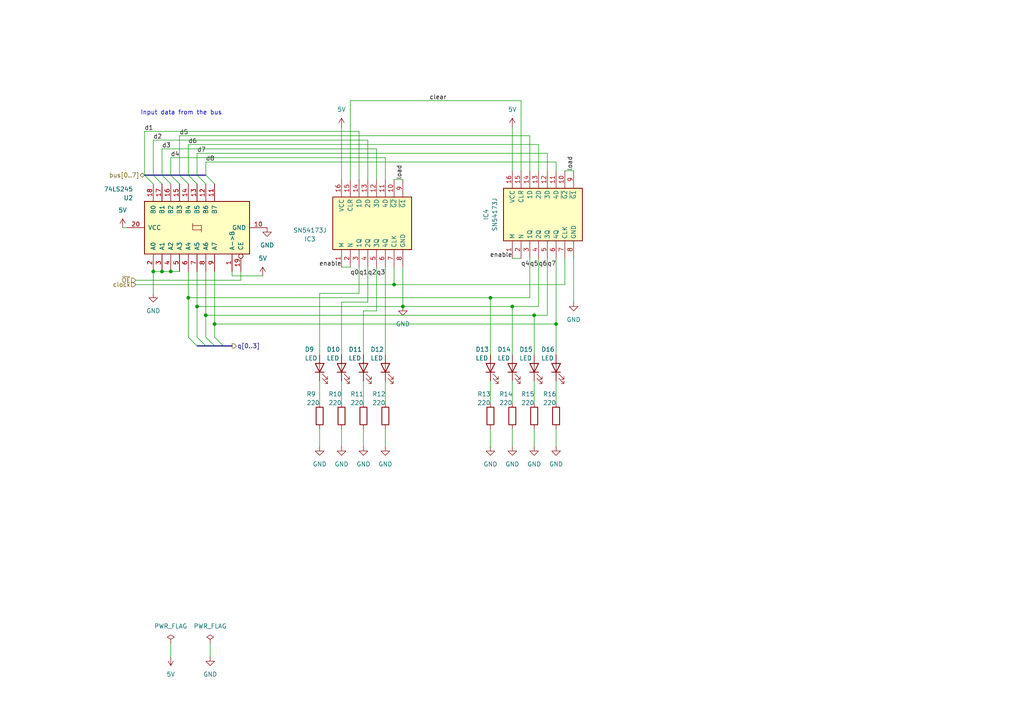
<source format=kicad_sch>
(kicad_sch (version 20231120) (generator "eeschema") (generator_version "8.0")
  (paper "A4")
  (title_block (title "Instructional Register") (date "2024-11-11") (company "Arsenal Gear"))
  (lib_symbols
    (symbol "74xx:74LS245" (pin_names (offset 1.016))
      (property "Reference" "U" (at -7.62 16.51 0))
      (property "Value" "74LS245" (at -7.62 -16.51 0))
      (symbol "74LS245_1_0"
        (polyline (pts (xy -0.635 -1.27) (xy -0.635 1.27) (xy 0.635 1.27)))
        (polyline (pts (xy -1.27 -1.27) (xy 0.635 -1.27) (xy 0.635 1.27) (xy 1.27 1.27)))
        (pin input line (at -12.7 -10.16 0) (length 5.08) (name "A->B") (number "1"))
        (pin power_in line (at 0 -20.32 90) (length 5.08) (name "GND") (number "10"))
        (pin tri_state line (at 12.7 -5.08 180) (length 5.08) (name "B7") (number "11"))
        (pin tri_state line (at 12.7 -2.54 180) (length 5.08) (name "B6") (number "12"))
        (pin tri_state line (at 12.7 0 180) (length 5.08) (name "B5") (number "13"))
        (pin tri_state line (at 12.7 2.54 180) (length 5.08) (name "B4") (number "14"))
        (pin tri_state line (at 12.7 5.08 180) (length 5.08) (name "B3") (number "15"))
        (pin tri_state line (at 12.7 7.62 180) (length 5.08) (name "B2") (number "16"))
        (pin tri_state line (at 12.7 10.16 180) (length 5.08) (name "B1") (number "17"))
        (pin tri_state line (at 12.7 12.7 180) (length 5.08) (name "B0") (number "18"))
        (pin input inverted (at -12.7 -12.7 0) (length 5.08) (name "CE") (number "19"))
        (pin tri_state line (at -12.7 12.7 0) (length 5.08) (name "A0") (number "2"))
        (pin power_in line (at 0 20.32 270) (length 5.08) (name "VCC") (number "20"))
        (pin tri_state line (at -12.7 10.16 0) (length 5.08) (name "A1") (number "3"))
        (pin tri_state line (at -12.7 7.62 0) (length 5.08) (name "A2") (number "4"))
        (pin tri_state line (at -12.7 5.08 0) (length 5.08) (name "A3") (number "5"))
        (pin tri_state line (at -12.7 2.54 0) (length 5.08) (name "A4") (number "6"))
        (pin tri_state line (at -12.7 0 0) (length 5.08) (name "A5") (number "7"))
        (pin tri_state line (at -12.7 -2.54 0) (length 5.08) (name "A6") (number "8"))
        (pin tri_state line (at -12.7 -5.08 0) (length 5.08) (name "A7") (number "9"))
      )
      (symbol "74LS245_1_1"
        (rectangle (start -7.62 15.24) (end 7.62 -15.24) (stroke (width 0.254)) (fill (type background)))
      )
    )
    (symbol "Device:LED" (pin_numbers hide) (pin_names (offset 1.016) hide)
      (property "Reference" "D" (at 0 2.54 0))
      (property "Value" "LED" (at 0 -2.54 0))
      (symbol "LED_0_1"
        (polyline (pts (xy -1.27 -1.27) (xy -1.27 1.27)) (stroke (width 0.254)))
        (polyline (pts (xy -1.27 0) (xy 1.27 0)))
        (polyline (pts (xy 1.27 -1.27) (xy 1.27 1.27) (xy -1.27 0) (xy 1.27 -1.27)) (stroke (width 0.254)))
        (polyline (pts (xy -3.048 -0.762) (xy -4.572 -2.286) (xy -3.81 -2.286) (xy -4.572 -2.286) (xy -4.572 -1.524)))
        (polyline (pts (xy -1.778 -0.762) (xy -3.302 -2.286) (xy -2.54 -2.286) (xy -3.302 -2.286) (xy -3.302 -1.524)))
      )
      (symbol "LED_1_1"
        (pin passive line (at -3.81 0 0) (length 2.54) (name "K") (number "1"))
        (pin passive line (at 3.81 0 180) (length 2.54) (name "A") (number "2"))
      )
    )
    (symbol "Device:R" (pin_numbers hide) (pin_names (offset 0))
      (property "Reference" "R" (at 2.032 0 90))
      (property "Value" "R" (at 0 0 90))
      (symbol "R_0_1"
        (rectangle (start -1.016 -2.54) (end 1.016 2.54) (stroke (width 0.254)))
      )
      (symbol "R_1_1"
        (pin passive line (at 0 3.81 270) (length 1.27) (name "~") (number "1"))
        (pin passive line (at 0 -3.81 90) (length 1.27) (name "~") (number "2"))
      )
    )
    (symbol "SN54173J:SN54173J"
      (property "Reference" "IC" (at 21.59 7.62 0))
      (property "Value" "SN54173J" (at 21.59 5.08 0))
      (symbol "SN54173J_1_1"
        (rectangle (start 5.08 2.54) (end 20.32 -20.32) (stroke (width 0.254)) (fill (type background)))
        (pin passive line (at 0 0 0) (length 5.08) (name "M") (number "1"))
        (pin passive line (at 25.4 -15.24 180) (length 5.08) (name "~{G2}") (number "10"))
        (pin passive line (at 25.4 -12.7 180) (length 5.08) (name "4D") (number "11"))
        (pin passive line (at 25.4 -10.16 180) (length 5.08) (name "3D") (number "12"))
        (pin passive line (at 25.4 -7.62 180) (length 5.08) (name "2D") (number "13"))
        (pin passive line (at 25.4 -5.08 180) (length 5.08) (name "1D") (number "14"))
        (pin passive line (at 25.4 -2.54 180) (length 5.08) (name "CLR") (number "15"))
        (pin passive line (at 25.4 0 180) (length 5.08) (name "VCC") (number "16"))
        (pin passive line (at 0 -2.54 0) (length 5.08) (name "N") (number "2"))
        (pin passive line (at 0 -5.08 0) (length 5.08) (name "1Q") (number "3"))
        (pin passive line (at 0 -7.62 0) (length 5.08) (name "2Q") (number "4"))
        (pin passive line (at 0 -10.16 0) (length 5.08) (name "3Q") (number "5"))
        (pin passive line (at 0 -12.7 0) (length 5.08) (name "4Q") (number "6"))
        (pin passive line (at 0 -15.24 0) (length 5.08) (name "CLK") (number "7"))
        (pin passive line (at 0 -17.78 0) (length 5.08) (name "GND") (number "8"))
        (pin passive line (at 25.4 -17.78 180) (length 5.08) (name "~{G1}") (number "9"))
      )
    )
    (symbol "power:GND" (power) (pin_numbers hide) (pin_names (offset 0) hide)
      (property "Value" "GND" (at 0 -3.81 0))
      (symbol "GND_0_1"
        (polyline (pts (xy 0 0) (xy 0 -1.27) (xy 1.27 -1.27) (xy 0 -2.54) (xy -1.27 -1.27) (xy 0 -1.27)))
      )
      (symbol "GND_1_1"
        (pin power_in line (at 0 0 270) (length 0) (name "~") (number "1"))
      )
    )
    (symbol "power:PWR_FLAG" (power) (pin_numbers hide) (pin_names (offset 0) hide)
      (property "Value" "PWR_FLAG" (at 0 3.81 0))
      (symbol "PWR_FLAG_0_0"
        (pin power_out line (at 0 0 90) (length 0) (name "~") (number "1"))
      )
      (symbol "PWR_FLAG_0_1"
        (polyline (pts (xy 0 0) (xy 0 1.27) (xy -1.016 1.905) (xy 0 2.54) (xy 1.016 1.905) (xy 0 1.27)))
      )
    )
    (symbol "power:VCC" (power) (pin_numbers hide) (pin_names (offset 0) hide)
      (property "Value" "VCC" (at 0 3.556 0))
      (symbol "VCC_0_1"
        (polyline (pts (xy -0.762 1.27) (xy 0 2.54)))
        (polyline (pts (xy 0 0) (xy 0 2.54)))
        (polyline (pts (xy 0 2.54) (xy 0.762 1.27)))
      )
      (symbol "VCC_1_1"
        (pin power_in line (at 0 0 90) (length 0) (name "~") (number "1"))
      )
    )
  )
  (junction (at 148.59 88.9))
  (junction (at 114.3 82.55))
  (junction (at 49.53 78.74))
  (junction (at 57.15 88.9))
  (junction (at 62.23 93.98))
  (junction (at 44.45 78.74))
  (junction (at 59.69 91.44))
  (junction (at 54.61 86.36))
  (junction (at 154.94 91.44))
  (junction (at 116.84 88.9))
  (junction (at 142.24 86.36))
  (junction (at 46.99 78.74))
  (junction (at 161.29 93.98))
  (bus_entry (at 52.07 53.34) (size -2.54 -2.54))
  (bus_entry (at 57.15 97.79) (size 2.54 2.54))
  (bus_entry (at 57.15 53.34) (size -2.54 -2.54))
  (bus_entry (at 59.69 53.34) (size -2.54 -2.54))
  (bus_entry (at 62.23 97.79) (size 2.54 2.54))
  (bus_entry (at 59.69 97.79) (size 2.54 2.54))
  (bus_entry (at 62.23 53.34) (size -2.54 -2.54))
  (bus_entry (at 54.61 53.34) (size -2.54 -2.54))
  (bus_entry (at 46.99 53.34) (size -2.54 -2.54))
  (bus_entry (at 44.45 53.34) (size -2.54 -2.54))
  (bus_entry (at 54.61 97.79) (size 2.54 2.54))
  (bus_entry (at 49.53 53.34) (size -2.54 -2.54))
  (wire (pts (xy 116.84 77.47) (xy 116.84 88.9)))
  (wire (pts (xy 163.83 49.53) (xy 166.37 49.53)))
  (wire (pts (xy 148.59 110.49) (xy 148.59 116.84)))
  (wire (pts (xy 142.24 86.36) (xy 142.24 102.87)))
  (wire (pts (xy 106.68 77.47) (xy 106.68 87.63)))
  (wire (pts (xy 161.29 124.46) (xy 161.29 129.54)))
  (wire (pts (xy 67.31 80.01) (xy 67.31 78.74)))
  (wire (pts (xy 60.96 186.69) (xy 60.96 190.5)))
  (wire (pts (xy 49.53 78.74) (xy 52.07 78.74)))
  (wire (pts (xy 104.14 38.1) (xy 104.14 52.07)))
  (wire (pts (xy 109.22 90.17) (xy 105.41 90.17)))
  (wire (pts (xy 44.45 78.74) (xy 46.99 78.74)))
  (wire (pts (xy 46.99 78.74) (xy 49.53 78.74)))
  (wire (pts (xy 69.85 78.74) (xy 69.85 81.28)))
  (wire (pts (xy 99.06 124.46) (xy 99.06 129.54)))
  (bus (pts (xy 49.53 50.8) (xy 52.07 50.8)))
  (wire (pts (xy 111.76 45.72) (xy 49.53 45.72)))
  (bus (pts (xy 41.91 50.8) (xy 44.45 50.8)))
  (wire (pts (xy 148.59 74.93) (xy 151.13 74.93)))
  (wire (pts (xy 114.3 77.47) (xy 114.3 82.55)))
  (wire (pts (xy 156.21 41.91) (xy 54.61 41.91)))
  (wire (pts (xy 153.67 39.37) (xy 52.07 39.37)))
  (wire (pts (xy 114.3 52.07) (xy 116.84 52.07)))
  (wire (pts (xy 54.61 78.74) (xy 54.61 86.36)))
  (wire (pts (xy 142.24 86.36) (xy 54.61 86.36)))
  (wire (pts (xy 49.53 45.72) (xy 49.53 50.8)))
  (wire (pts (xy 57.15 44.45) (xy 57.15 50.8)))
  (wire (pts (xy 156.21 49.53) (xy 156.21 41.91)))
  (bus (pts (xy 67.31 100.33) (xy 64.77 100.33)))
  (wire (pts (xy 57.15 88.9) (xy 57.15 97.79)))
  (wire (pts (xy 52.07 39.37) (xy 52.07 50.8)))
  (wire (pts (xy 154.94 124.46) (xy 154.94 129.54)))
  (wire (pts (xy 109.22 52.07) (xy 109.22 43.18)))
  (bus (pts (xy 54.61 50.8) (xy 57.15 50.8)))
  (wire (pts (xy 54.61 86.36) (xy 54.61 97.79)))
  (bus (pts (xy 57.15 100.33) (xy 59.69 100.33)))
  (wire (pts (xy 104.14 38.1) (xy 41.91 38.1)))
  (wire (pts (xy 92.71 110.49) (xy 92.71 116.84)))
  (wire (pts (xy 161.29 93.98) (xy 161.29 102.87)))
  (wire (pts (xy 111.76 52.07) (xy 111.76 45.72)))
  (wire (pts (xy 104.14 85.09) (xy 92.71 85.09)))
  (wire (pts (xy 158.75 49.53) (xy 158.75 44.45)))
  (bus (pts (xy 46.99 50.8) (xy 49.53 50.8)))
  (wire (pts (xy 35.56 66.04) (xy 36.83 66.04)))
  (wire (pts (xy 156.21 74.93) (xy 156.21 88.9)))
  (wire (pts (xy 39.37 82.55) (xy 114.3 82.55)))
  (wire (pts (xy 166.37 74.93) (xy 166.37 87.63)))
  (wire (pts (xy 153.67 86.36) (xy 142.24 86.36)))
  (wire (pts (xy 111.76 77.47) (xy 111.76 102.87)))
  (wire (pts (xy 99.06 36.83) (xy 99.06 52.07)))
  (wire (pts (xy 101.6 52.07) (xy 101.6 29.21)))
  (wire (pts (xy 104.14 77.47) (xy 104.14 85.09)))
  (wire (pts (xy 106.68 40.64) (xy 44.45 40.64)))
  (wire (pts (xy 158.75 91.44) (xy 154.94 91.44)))
  (wire (pts (xy 111.76 124.46) (xy 111.76 129.54)))
  (wire (pts (xy 109.22 77.47) (xy 109.22 90.17)))
  (wire (pts (xy 109.22 43.18) (xy 46.99 43.18)))
  (wire (pts (xy 142.24 124.46) (xy 142.24 129.54)))
  (wire (pts (xy 161.29 49.53) (xy 161.29 46.99)))
  (wire (pts (xy 161.29 93.98) (xy 62.23 93.98)))
  (wire (pts (xy 57.15 78.74) (xy 57.15 88.9)))
  (wire (pts (xy 62.23 78.74) (xy 62.23 93.98)))
  (wire (pts (xy 101.6 29.21) (xy 151.13 29.21)))
  (wire (pts (xy 76.2 80.01) (xy 67.31 80.01)))
  (wire (pts (xy 54.61 41.91) (xy 54.61 50.8)))
  (wire (pts (xy 69.85 81.28) (xy 39.37 81.28)))
  (wire (pts (xy 154.94 110.49) (xy 154.94 116.84)))
  (wire (pts (xy 92.71 85.09) (xy 92.71 102.87)))
  (wire (pts (xy 114.3 82.55) (xy 163.83 82.55)))
  (wire (pts (xy 161.29 46.99) (xy 59.69 46.99)))
  (wire (pts (xy 44.45 78.74) (xy 44.45 85.09)))
  (wire (pts (xy 161.29 110.49) (xy 161.29 116.84)))
  (wire (pts (xy 151.13 29.21) (xy 151.13 49.53)))
  (wire (pts (xy 154.94 91.44) (xy 59.69 91.44)))
  (wire (pts (xy 148.59 88.9) (xy 148.59 102.87)))
  (wire (pts (xy 105.41 110.49) (xy 105.41 116.84)))
  (wire (pts (xy 148.59 124.46) (xy 148.59 129.54)))
  (wire (pts (xy 158.75 44.45) (xy 57.15 44.45)))
  (bus (pts (xy 64.77 100.33) (xy 62.23 100.33)))
  (wire (pts (xy 99.06 77.47) (xy 101.6 77.47)))
  (bus (pts (xy 44.45 50.8) (xy 46.99 50.8)))
  (wire (pts (xy 105.41 124.46) (xy 105.41 129.54)))
  (wire (pts (xy 105.41 90.17) (xy 105.41 102.87)))
  (wire (pts (xy 106.68 52.07) (xy 106.68 40.64)))
  (wire (pts (xy 44.45 40.64) (xy 44.45 50.8)))
  (wire (pts (xy 92.71 124.46) (xy 92.71 129.54)))
  (wire (pts (xy 116.84 88.9) (xy 57.15 88.9)))
  (wire (pts (xy 59.69 78.74) (xy 59.69 91.44)))
  (wire (pts (xy 41.91 38.1) (xy 41.91 50.8)))
  (wire (pts (xy 111.76 110.49) (xy 111.76 116.84)))
  (wire (pts (xy 148.59 88.9) (xy 116.84 88.9)))
  (wire (pts (xy 99.06 110.49) (xy 99.06 116.84)))
  (wire (pts (xy 154.94 91.44) (xy 154.94 102.87)))
  (wire (pts (xy 46.99 43.18) (xy 46.99 50.8)))
  (wire (pts (xy 153.67 74.93) (xy 153.67 86.36)))
  (wire (pts (xy 156.21 88.9) (xy 148.59 88.9)))
  (bus (pts (xy 62.23 100.33) (xy 59.69 100.33)))
  (wire (pts (xy 62.23 93.98) (xy 62.23 97.79)))
  (wire (pts (xy 163.83 74.93) (xy 163.83 82.55)))
  (wire (pts (xy 49.53 190.5) (xy 49.53 186.69)))
  (wire (pts (xy 59.69 46.99) (xy 59.69 50.8)))
  (wire (pts (xy 161.29 74.93) (xy 161.29 93.98)))
  (wire (pts (xy 158.75 74.93) (xy 158.75 91.44)))
  (wire (pts (xy 59.69 91.44) (xy 59.69 97.79)))
  (wire (pts (xy 153.67 49.53) (xy 153.67 39.37)))
  (bus (pts (xy 57.15 50.8) (xy 59.69 50.8)))
  (wire (pts (xy 99.06 87.63) (xy 99.06 102.87)))
  (bus (pts (xy 52.07 50.8) (xy 54.61 50.8)))
  (wire (pts (xy 106.68 87.63) (xy 99.06 87.63)))
  (wire (pts (xy 142.24 110.49) (xy 142.24 116.84)))
  (wire (pts (xy 148.59 36.83) (xy 148.59 49.53)))
  (text "Input data from the bus" (at 52.578 32.766 0) (effects (font (size 1.27 1.27))))
  (label "d2" (at 44.45 40.64 0))
  (label "load" (at 116.84 52.07 90))
  (label "q6" (at 158.75 77.47 180))
  (label "d4" (at 49.53 45.72 0))
  (label "q4" (at 153.67 77.47 180))
  (label "d1" (at 41.91 38.1 0))
  (label "q7" (at 161.29 77.47 180))
  (label "d8" (at 59.69 46.99 0))
  (label "enable" (at 99.06 77.47 180))
  (label "enable" (at 148.59 74.93 180))
  (label "q3" (at 111.76 80.01 180))
  (label "d3" (at 46.99 43.18 0))
  (label "load" (at 166.37 49.53 90))
  (label "q1" (at 106.68 80.01 180))
  (label "d7" (at 57.15 44.45 0))
  (label "clear" (at 129.54 29.21 180))
  (label "q2" (at 109.22 80.01 180))
  (label "q5" (at 156.21 77.47 180))
  (label "d5" (at 52.07 39.37 0))
  (label "d6" (at 54.61 41.91 0))
  (label "q0" (at 104.14 80.01 180))
  (hierarchical_label "bus[0..7]" (shape bidirectional) (at 41.91 50.8 180))
  (hierarchical_label "q[0..3]" (shape output) (at 67.31 100.33 0))
  (hierarchical_label "~{OE}" (shape input) (at 39.37 81.28 180))
  (hierarchical_label "clock" (shape input) (at 39.37 82.55 180))
  (symbol (lib_id "Device:R") (at 161.29 120.65 0) (unit 1)
    (property "Reference" "R16" (at 157.48 114.3 0) (effects (justify left)))
    (property "Value" "220" (at 157.48 116.84 0) (effects (justify left)))
    (property "Description" "Resistor" (effects (hide yes)))
  )
  (symbol (lib_id "power:PWR_FLAG") (at 49.53 186.69 0) (unit 1) (exclude_from_sim yes)
    (property "Reference" "#FLG03" (effects (hide yes)))
    (property "Value" "PWR_FLAG" (at 49.53 181.61 0))
    (property "Description" "Special symbol for telling ERC where power comes from" (effects (hide yes)))
  )
  (symbol (lib_id "power:GND") (at 105.41 129.54 0) (unit 1) (exclude_from_sim yes)
    (property "Reference" "#PWR027" (effects (hide yes)))
    (property "Value" "GND" (at 105.41 134.62 0))
    (property "Description" "Power symbol creates a global label with name \"GND\" , ground" (effects (hide yes)))
  )
  (symbol (lib_id "Device:LED") (at 105.41 106.68 90) (unit 1)
    (property "Reference" "D11" (at 101.092 101.346 90) (effects (justify right)))
    (property "Value" "LED" (at 101.092 103.886 90) (effects (justify right)))
    (property "Description" "Light emitting diode" (effects (hide yes)))
  )
  (symbol (lib_id "power:GND") (at 166.37 87.63 0) (unit 1) (exclude_from_sim yes)
    (property "Reference" "#PWR035" (effects (hide yes)))
    (property "Value" "GND" (at 166.37 92.71 0))
    (property "Description" "Power symbol creates a global label with name \"GND\" , ground" (effects (hide yes)))
  )
  (symbol (lib_id "power:GND") (at 44.45 85.09 0) (unit 1)
    (property "Reference" "#PWR019" (effects (hide yes)))
    (property "Value" "GND" (at 44.45 90.17 0))
    (property "Description" "Power symbol creates a global label with name \"GND\" , ground" (effects (hide yes)))
  )
  (symbol (lib_id "power:GND") (at 161.29 129.54 0) (unit 1) (exclude_from_sim yes)
    (property "Reference" "#PWR034" (effects (hide yes)))
    (property "Value" "GND" (at 161.29 134.62 0))
    (property "Description" "Power symbol creates a global label with name \"GND\" , ground" (effects (hide yes)))
  )
  (symbol (lib_id "Device:LED") (at 92.71 106.68 90) (unit 1)
    (property "Reference" "D9" (at 88.392 101.346 90) (effects (justify right)))
    (property "Value" "LED" (at 88.392 103.886 90) (effects (justify right)))
    (property "Description" "Light emitting diode" (effects (hide yes)))
  )
  (symbol (lib_id "power:VCC") (at 35.56 66.04 0) (unit 1) (exclude_from_sim yes)
    (property "Reference" "#PWR018" (effects (hide yes)))
    (property "Value" "5V" (at 35.56 60.96 0))
    (property "Description" "Power symbol creates a global label with name \"VCC\"" (effects (hide yes)))
  )
  (symbol (lib_id "Device:R") (at 105.41 120.65 0) (unit 1)
    (property "Reference" "R11" (at 101.6 114.3 0) (effects (justify left)))
    (property "Value" "220" (at 101.6 116.84 0) (effects (justify left)))
    (property "Description" "Resistor" (effects (hide yes)))
  )
  (symbol (lib_id "SN54173J:SN54173J") (at 99.06 77.47 90) (unit 1)
    (property "Reference" "IC3" (at 89.916 69.342 90))
    (property "Value" "SN54173J" (at 89.916 66.802 90))
    (property "Footprint" "footprints:SN54173J" (effects (hide yes)))
    (property "Datasheet" "https://www.arrow.com/en/products/sn54173j/texas-instruments" (effects (hide yes)))
    (property "Description" "Flip Flop D-Type Bus Interface Pos-Edge 3-ST 1-Element 16-Pin CDIP Tube" (effects (hide yes)))
    (property "Height" "5.08" (effects (hide yes)))
    (property "Mouser Part Number" "595-SN54173J" (effects (hide yes)))
    (property "Mouser Price/Stock" "https://www.mouser.com/Search/Refine.aspx?Keyword=595-SN54173J" (effects (hide yes)))
    (property "Manufacturer_Name" "Texas Instruments" (effects (hide yes)))
    (property "Manufacturer_Part_Number" "SN54173J" (effects (hide yes)))
  )
  (symbol (lib_id "power:GND") (at 148.59 129.54 0) (unit 1) (exclude_from_sim yes)
    (property "Reference" "#PWR032" (effects (hide yes)))
    (property "Value" "GND" (at 148.59 134.62 0))
    (property "Description" "Power symbol creates a global label with name \"GND\" , ground" (effects (hide yes)))
  )
  (symbol (lib_id "power:GND") (at 99.06 129.54 0) (unit 1) (exclude_from_sim yes)
    (property "Reference" "#PWR026" (effects (hide yes)))
    (property "Value" "GND" (at 99.06 134.62 0))
    (property "Description" "Power symbol creates a global label with name \"GND\" , ground" (effects (hide yes)))
  )
  (symbol (lib_id "Device:LED") (at 154.94 106.68 90) (unit 1)
    (property "Reference" "D15" (at 150.622 101.346 90) (effects (justify right)))
    (property "Value" "LED" (at 150.622 103.886 90) (effects (justify right)))
    (property "Description" "Light emitting diode" (effects (hide yes)))
  )
  (symbol (lib_id "power:GND") (at 154.94 129.54 0) (unit 1) (exclude_from_sim yes)
    (property "Reference" "#PWR033" (effects (hide yes)))
    (property "Value" "GND" (at 154.94 134.62 0))
    (property "Description" "Power symbol creates a global label with name \"GND\" , ground" (effects (hide yes)))
  )
  (symbol (lib_id "power:GND") (at 142.24 129.54 0) (unit 1) (exclude_from_sim yes)
    (property "Reference" "#PWR030" (effects (hide yes)))
    (property "Value" "GND" (at 142.24 134.62 0))
    (property "Description" "Power symbol creates a global label with name \"GND\" , ground" (effects (hide yes)))
  )
  (symbol (lib_id "Device:R") (at 154.94 120.65 0) (unit 1)
    (property "Reference" "R15" (at 151.13 114.3 0) (effects (justify left)))
    (property "Value" "220" (at 151.13 116.84 0) (effects (justify left)))
    (property "Description" "Resistor" (effects (hide yes)))
  )
  (symbol (lib_id "Device:LED") (at 111.76 106.68 90) (unit 1)
    (property "Reference" "D12" (at 107.442 101.346 90) (effects (justify right)))
    (property "Value" "LED" (at 107.442 103.886 90) (effects (justify right)))
    (property "Description" "Light emitting diode" (effects (hide yes)))
  )
  (symbol (lib_id "Device:R") (at 148.59 120.65 0) (unit 1)
    (property "Reference" "R14" (at 144.78 114.3 0) (effects (justify left)))
    (property "Value" "220" (at 144.78 116.84 0) (effects (justify left)))
    (property "Description" "Resistor" (effects (hide yes)))
  )
  (symbol (lib_id "power:VCC") (at 76.2 80.01 0) (unit 1) (exclude_from_sim yes)
    (property "Reference" "#PWR022" (effects (hide yes)))
    (property "Value" "5V" (at 76.2 74.93 0))
    (property "Description" "Power symbol creates a global label with name \"VCC\"" (effects (hide yes)))
  )
  (symbol (lib_id "power:GND") (at 116.84 88.9 0) (unit 1) (exclude_from_sim yes)
    (property "Reference" "#PWR029" (effects (hide yes)))
    (property "Value" "GND" (at 116.84 93.98 0))
    (property "Description" "Power symbol creates a global label with name \"GND\" , ground" (effects (hide yes)))
  )
  (symbol (lib_id "power:VCC") (at 148.59 36.83 0) (unit 1) (exclude_from_sim yes)
    (property "Reference" "#PWR031" (effects (hide yes)))
    (property "Value" "5V" (at 148.59 31.75 0))
    (property "Description" "Power symbol creates a global label with name \"VCC\"" (effects (hide yes)))
  )
  (symbol (lib_id "power:VCC") (at 99.06 36.83 0) (unit 1) (exclude_from_sim yes)
    (property "Reference" "#PWR025" (effects (hide yes)))
    (property "Value" "5V" (at 99.06 31.75 0))
    (property "Description" "Power symbol creates a global label with name \"VCC\"" (effects (hide yes)))
  )
  (symbol (lib_id "Device:LED") (at 99.06 106.68 90) (unit 1)
    (property "Reference" "D10" (at 94.742 101.346 90) (effects (justify right)))
    (property "Value" "LED" (at 94.742 103.886 90) (effects (justify right)))
    (property "Description" "Light emitting diode" (effects (hide yes)))
  )
  (symbol (lib_id "Device:R") (at 92.71 120.65 0) (unit 1)
    (property "Reference" "R9" (at 88.9 114.3 0) (effects (justify left)))
    (property "Value" "220" (at 88.9 116.84 0) (effects (justify left)))
    (property "Description" "Resistor" (effects (hide yes)))
  )
  (symbol (lib_id "Device:R") (at 99.06 120.65 0) (unit 1)
    (property "Reference" "R10" (at 95.25 114.3 0) (effects (justify left)))
    (property "Value" "220" (at 95.25 116.84 0) (effects (justify left)))
    (property "Description" "Resistor" (effects (hide yes)))
  )
  (symbol (lib_id "Device:LED") (at 142.24 106.68 90) (unit 1)
    (property "Reference" "D13" (at 137.922 101.346 90) (effects (justify right)))
    (property "Value" "LED" (at 137.922 103.886 90) (effects (justify right)))
    (property "Description" "Light emitting diode" (effects (hide yes)))
  )
  (symbol (lib_id "power:PWR_FLAG") (at 60.96 186.69 0) (unit 1) (exclude_from_sim yes)
    (property "Reference" "#FLG04" (effects (hide yes)))
    (property "Value" "PWR_FLAG" (at 60.96 181.61 0))
    (property "Description" "Special symbol for telling ERC where power comes from" (effects (hide yes)))
  )
  (symbol (lib_id "power:GND") (at 60.96 190.5 0) (unit 1) (exclude_from_sim yes)
    (property "Reference" "#PWR021" (effects (hide yes)))
    (property "Value" "GND" (at 60.96 195.58 0))
    (property "Description" "Power symbol creates a global label with name \"GND\" , ground" (effects (hide yes)))
  )
  (symbol (lib_id "SN54173J:SN54173J") (at 148.59 74.93 90) (unit 1)
    (property "Reference" "IC4" (at 140.97 62.23 0))
    (property "Value" "SN54173J" (at 143.51 62.23 0))
    (property "Footprint" "footprints:SN54173J" (effects (hide yes)))
    (property "Datasheet" "https://www.arrow.com/en/products/sn54173j/texas-instruments" (effects (hide yes)))
    (property "Description" "Flip Flop D-Type Bus Interface Pos-Edge 3-ST 1-Element 16-Pin CDIP Tube" (effects (hide yes)))
    (property "Height" "5.08" (effects (hide yes)))
    (property "Mouser Part Number" "595-SN54173J" (effects (hide yes)))
    (property "Mouser Price/Stock" "https://www.mouser.com/Search/Refine.aspx?Keyword=595-SN54173J" (effects (hide yes)))
    (property "Manufacturer_Name" "Texas Instruments" (effects (hide yes)))
    (property "Manufacturer_Part_Number" "SN54173J" (effects (hide yes)))
  )
  (symbol (lib_id "Device:LED") (at 148.59 106.68 90) (unit 1)
    (property "Reference" "D14" (at 144.272 101.346 90) (effects (justify right)))
    (property "Value" "LED" (at 144.272 103.886 90) (effects (justify right)))
    (property "Description" "Light emitting diode" (effects (hide yes)))
  )
  (symbol (lib_id "Device:R") (at 111.76 120.65 0) (unit 1)
    (property "Reference" "R12" (at 107.95 114.3 0) (effects (justify left)))
    (property "Value" "220" (at 107.95 116.84 0) (effects (justify left)))
    (property "Description" "Resistor" (effects (hide yes)))
  )
  (symbol (lib_id "power:VCC") (at 49.53 190.5 180) (unit 1) (exclude_from_sim yes)
    (property "Reference" "#PWR020" (effects (hide yes)))
    (property "Value" "5V" (at 49.53 195.58 0))
    (property "Description" "Power symbol creates a global label with name \"VCC\"" (effects (hide yes)))
  )
  (symbol (lib_id "Device:LED") (at 161.29 106.68 90) (unit 1)
    (property "Reference" "D16" (at 156.972 101.346 90) (effects (justify right)))
    (property "Value" "LED" (at 156.972 103.886 90) (effects (justify right)))
    (property "Description" "Light emitting diode" (effects (hide yes)))
  )
  (symbol (lib_id "power:GND") (at 77.47 66.04 0) (unit 1) (exclude_from_sim yes)
    (property "Reference" "#PWR023" (effects (hide yes)))
    (property "Value" "GND" (at 77.47 71.12 0))
    (property "Description" "Power symbol creates a global label with name \"GND\" , ground" (effects (hide yes)))
  )
  (symbol (lib_id "power:GND") (at 111.76 129.54 0) (unit 1) (exclude_from_sim yes)
    (property "Reference" "#PWR028" (effects (hide yes)))
    (property "Value" "GND" (at 111.76 134.62 0))
    (property "Description" "Power symbol creates a global label with name \"GND\" , ground" (effects (hide yes)))
  )
  (symbol (lib_id "power:GND") (at 92.71 129.54 0) (unit 1) (exclude_from_sim yes)
    (property "Reference" "#PWR024" (effects (hide yes)))
    (property "Value" "GND" (at 92.71 134.62 0))
    (property "Description" "Power symbol creates a global label with name \"GND\" , ground" (effects (hide yes)))
  )
  (symbol (lib_id "Device:R") (at 142.24 120.65 0) (unit 1)
    (property "Reference" "R13" (at 138.43 114.3 0) (effects (justify left)))
    (property "Value" "220" (at 138.43 116.84 0) (effects (justify left)))
    (property "Description" "Resistor" (effects (hide yes)))
  )
  (symbol (lib_id "74xx:74LS245") (at 57.15 66.04 90) (unit 1)
    (property "Reference" "U2" (at 38.608 57.404 90) (effects (justify left)))
    (property "Value" "74LS245" (at 38.608 54.864 90) (effects (justify left)))
    (property "Datasheet" "http://www.ti.com/lit/gpn/sn74LS245" (effects (hide yes)))
    (property "Description" "Octal BUS Transceivers, 3-State outputs" (effects (hide yes)))
  )
)
</source>
